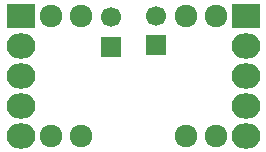
<source format=gbs>
G04 #@! TF.FileFunction,Soldermask,Bot*
%FSLAX46Y46*%
G04 Gerber Fmt 4.6, Leading zero omitted, Abs format (unit mm)*
G04 Created by KiCad (PCBNEW 4.0.2-stable) date Monday, April 10, 2017 'pmt' 04:49:55 pm*
%MOMM*%
G01*
G04 APERTURE LIST*
%ADD10C,0.100000*%
%ADD11R,1.700000X1.700000*%
%ADD12C,1.700000*%
%ADD13R,2.432000X2.127200*%
%ADD14O,2.432000X2.127200*%
%ADD15C,1.924000*%
G04 APERTURE END LIST*
D10*
D11*
X147320000Y-102957000D03*
D12*
X147320000Y-100457000D03*
D11*
X151130000Y-102830000D03*
D12*
X151130000Y-100330000D03*
D13*
X139700000Y-100330000D03*
D14*
X139700000Y-102870000D03*
X139700000Y-105410000D03*
X139700000Y-107950000D03*
X139700000Y-110490000D03*
D15*
X142240000Y-110490000D03*
X142240000Y-100330000D03*
X144780000Y-110490000D03*
X144780000Y-100330000D03*
X156210000Y-110490000D03*
X156210000Y-100330000D03*
X153670000Y-110490000D03*
X153670000Y-100330000D03*
D13*
X158750000Y-100330000D03*
D14*
X158750000Y-102870000D03*
X158750000Y-105410000D03*
X158750000Y-107950000D03*
X158750000Y-110490000D03*
M02*

</source>
